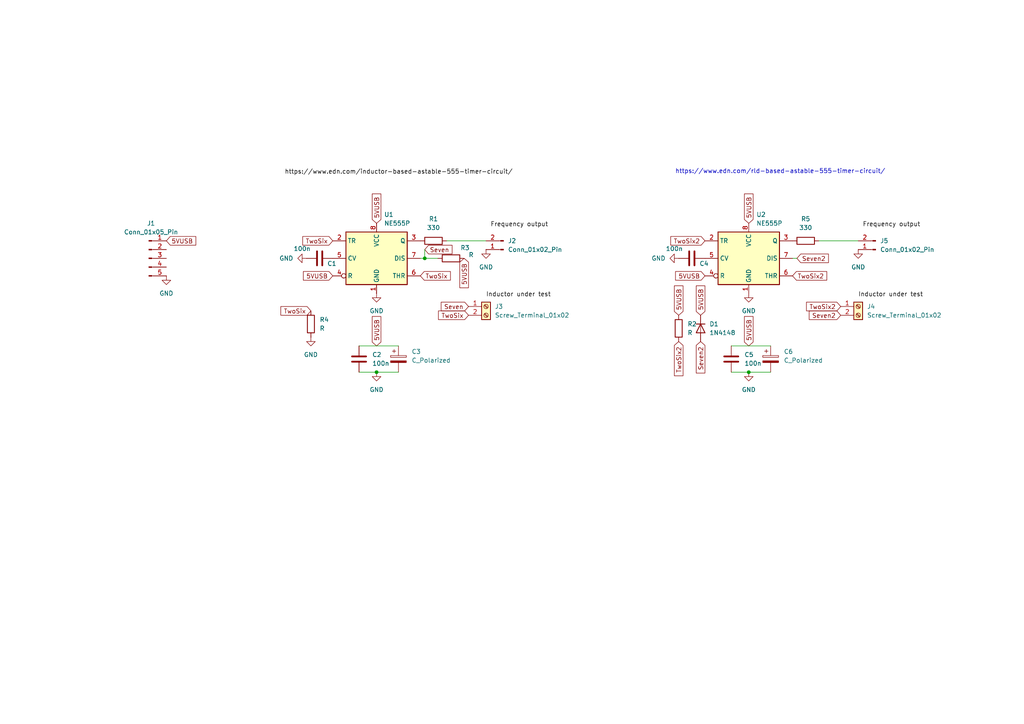
<source format=kicad_sch>
(kicad_sch (version 20231120) (generator "eeschema") (generator_version "8.0")
  (paper "A4")
  (lib_symbols
    (symbol "Connector:Conn_01x02_Pin" (pin_names (offset 1.016) hide)
      (property "Reference" "J" (at 0 2.54 0))
      (property "Value" "Conn_01x02_Pin" (at 0 -5.08 0))
      (symbol "Conn_01x02_Pin_1_1"
        (polyline (pts (xy 1.27 -2.54) (xy 0.8636 -2.54)) (stroke (width 0.1524)))
        (polyline (pts (xy 1.27 0) (xy 0.8636 0)) (stroke (width 0.1524)))
        (rectangle (start 0.8636 -2.413) (end 0 -2.667) (stroke (width 0.1524)) (fill (type outline)))
        (rectangle (start 0.8636 0.127) (end 0 -0.127) (stroke (width 0.1524)) (fill (type outline)))
        (pin passive line (at 5.08 0 180) (length 3.81) (name "Pin_1") (number "1"))
        (pin passive line (at 5.08 -2.54 180) (length 3.81) (name "Pin_2") (number "2"))
      )
    )
    (symbol "Connector:Conn_01x05_Pin" (pin_names (offset 1.016) hide)
      (property "Reference" "J" (at 0 7.62 0))
      (property "Value" "Conn_01x05_Pin" (at 0 -7.62 0))
      (symbol "Conn_01x05_Pin_1_1"
        (polyline (pts (xy 1.27 -5.08) (xy 0.8636 -5.08)) (stroke (width 0.1524)))
        (polyline (pts (xy 1.27 -2.54) (xy 0.8636 -2.54)) (stroke (width 0.1524)))
        (polyline (pts (xy 1.27 0) (xy 0.8636 0)) (stroke (width 0.1524)))
        (polyline (pts (xy 1.27 2.54) (xy 0.8636 2.54)) (stroke (width 0.1524)))
        (polyline (pts (xy 1.27 5.08) (xy 0.8636 5.08)) (stroke (width 0.1524)))
        (rectangle (start 0.8636 -4.953) (end 0 -5.207) (stroke (width 0.1524)) (fill (type outline)))
        (rectangle (start 0.8636 -2.413) (end 0 -2.667) (stroke (width 0.1524)) (fill (type outline)))
        (rectangle (start 0.8636 0.127) (end 0 -0.127) (stroke (width 0.1524)) (fill (type outline)))
        (rectangle (start 0.8636 2.667) (end 0 2.413) (stroke (width 0.1524)) (fill (type outline)))
        (rectangle (start 0.8636 5.207) (end 0 4.953) (stroke (width 0.1524)) (fill (type outline)))
        (pin passive line (at 5.08 5.08 180) (length 3.81) (name "Pin_1") (number "1"))
        (pin passive line (at 5.08 2.54 180) (length 3.81) (name "Pin_2") (number "2"))
        (pin passive line (at 5.08 0 180) (length 3.81) (name "Pin_3") (number "3"))
        (pin passive line (at 5.08 -2.54 180) (length 3.81) (name "Pin_4") (number "4"))
        (pin passive line (at 5.08 -5.08 180) (length 3.81) (name "Pin_5") (number "5"))
      )
    )
    (symbol "Connector:Screw_Terminal_01x02" (pin_names (offset 1.016) hide)
      (property "Reference" "J" (at 0 2.54 0))
      (property "Value" "Screw_Terminal_01x02" (at 0 -5.08 0))
      (symbol "Screw_Terminal_01x02_1_1"
        (rectangle (start -1.27 1.27) (end 1.27 -3.81) (stroke (width 0.254)) (fill (type background)))
        (circle (center 0 -2.54) (radius 0.635) (stroke (width 0.1524)))
        (polyline (pts (xy -0.5334 -2.2098) (xy 0.3302 -3.048)) (stroke (width 0.1524)))
        (polyline (pts (xy -0.5334 0.3302) (xy 0.3302 -0.508)) (stroke (width 0.1524)))
        (polyline (pts (xy -0.3556 -2.032) (xy 0.508 -2.8702)) (stroke (width 0.1524)))
        (polyline (pts (xy -0.3556 0.508) (xy 0.508 -0.3302)) (stroke (width 0.1524)))
        (circle (center 0 0) (radius 0.635) (stroke (width 0.1524)))
        (pin passive line (at -5.08 0 0) (length 3.81) (name "Pin_1") (number "1"))
        (pin passive line (at -5.08 -2.54 0) (length 3.81) (name "Pin_2") (number "2"))
      )
    )
    (symbol "Device:C" (pin_numbers hide) (pin_names (offset 0.254))
      (property "Reference" "C" (at 0.635 2.54 0))
      (property "Value" "C" (at 0.635 -2.54 0))
      (symbol "C_0_1"
        (polyline (pts (xy -2.032 -0.762) (xy 2.032 -0.762)) (stroke (width 0.508)))
        (polyline (pts (xy -2.032 0.762) (xy 2.032 0.762)) (stroke (width 0.508)))
      )
      (symbol "C_1_1"
        (pin passive line (at 0 3.81 270) (length 2.794) (name "~") (number "1"))
        (pin passive line (at 0 -3.81 90) (length 2.794) (name "~") (number "2"))
      )
    )
    (symbol "Device:C_Polarized" (pin_numbers hide) (pin_names (offset 0.254))
      (property "Reference" "C" (at 0.635 2.54 0))
      (property "Value" "C_Polarized" (at 0.635 -2.54 0))
      (symbol "C_Polarized_0_1"
        (rectangle (start -2.286 0.508) (end 2.286 1.016))
        (polyline (pts (xy -1.778 2.286) (xy -0.762 2.286)))
        (polyline (pts (xy -1.27 2.794) (xy -1.27 1.778)))
        (rectangle (start 2.286 -0.508) (end -2.286 -1.016) (fill (type outline)))
      )
      (symbol "C_Polarized_1_1"
        (pin passive line (at 0 3.81 270) (length 2.794) (name "~") (number "1"))
        (pin passive line (at 0 -3.81 90) (length 2.794) (name "~") (number "2"))
      )
    )
    (symbol "Device:R" (pin_numbers hide) (pin_names (offset 0))
      (property "Reference" "R" (at 2.032 0 90))
      (property "Value" "R" (at 0 0 90))
      (symbol "R_0_1"
        (rectangle (start -1.016 -2.54) (end 1.016 2.54) (stroke (width 0.254)))
      )
      (symbol "R_1_1"
        (pin passive line (at 0 3.81 270) (length 1.27) (name "~") (number "1"))
        (pin passive line (at 0 -3.81 90) (length 1.27) (name "~") (number "2"))
      )
    )
    (symbol "Diode:1N4148" (pin_numbers hide) (pin_names hide)
      (property "Reference" "D" (at 0 2.54 0))
      (property "Value" "1N4148" (at 0 -2.54 0))
      (symbol "1N4148_0_1"
        (polyline (pts (xy -1.27 1.27) (xy -1.27 -1.27)) (stroke (width 0.254)))
        (polyline (pts (xy 1.27 0) (xy -1.27 0)))
        (polyline (pts (xy 1.27 1.27) (xy 1.27 -1.27) (xy -1.27 0) (xy 1.27 1.27)) (stroke (width 0.254)))
      )
      (symbol "1N4148_1_1"
        (pin passive line (at -3.81 0 0) (length 2.54) (name "K") (number "1"))
        (pin passive line (at 3.81 0 180) (length 2.54) (name "A") (number "2"))
      )
    )
    (symbol "Timer:NE555P"
      (property "Reference" "U" (at -10.16 8.89 0))
      (property "Value" "NE555P" (at 2.54 8.89 0))
      (symbol "NE555P_0_0"
        (pin power_in line (at 0 -10.16 90) (length 2.54) (name "GND") (number "1"))
        (pin power_in line (at 0 10.16 270) (length 2.54) (name "VCC") (number "8"))
      )
      (symbol "NE555P_0_1"
        (rectangle (start -8.89 -7.62) (end 8.89 7.62) (stroke (width 0.254)) (fill (type background)))
        (rectangle (start -8.89 -7.62) (end 8.89 7.62) (stroke (width 0.254)) (fill (type background)))
      )
      (symbol "NE555P_1_1"
        (pin input line (at -12.7 5.08 0) (length 3.81) (name "TR") (number "2"))
        (pin output line (at 12.7 5.08 180) (length 3.81) (name "Q") (number "3"))
        (pin input inverted (at -12.7 -5.08 0) (length 3.81) (name "R") (number "4"))
        (pin input line (at -12.7 0 0) (length 3.81) (name "CV") (number "5"))
        (pin input line (at 12.7 -5.08 180) (length 3.81) (name "THR") (number "6"))
        (pin input line (at 12.7 0 180) (length 3.81) (name "DIS") (number "7"))
      )
    )
    (symbol "power:GND" (power) (pin_numbers hide) (pin_names (offset 0) hide)
      (property "Value" "GND" (at 0 -3.81 0))
      (symbol "GND_0_1"
        (polyline (pts (xy 0 0) (xy 0 -1.27) (xy 1.27 -1.27) (xy 0 -2.54) (xy -1.27 -1.27) (xy 0 -1.27)))
      )
      (symbol "GND_1_1"
        (pin power_in line (at 0 0 270) (length 0) (name "~") (number "1"))
      )
    )
  )
  (junction (at 109.22 107.95))
  (junction (at 217.17 107.95))
  (junction (at 123.19 74.93))
  (wire (pts (xy 237.49 69.85) (xy 248.92 69.85)))
  (wire (pts (xy 121.92 74.93) (xy 123.19 74.93)))
  (wire (pts (xy 212.09 107.95) (xy 217.17 107.95)))
  (wire (pts (xy 104.14 107.95) (xy 109.22 107.95)))
  (wire (pts (xy 229.87 74.93) (xy 231.14 74.93)))
  (wire (pts (xy 109.22 107.95) (xy 115.57 107.95)))
  (wire (pts (xy 212.09 100.33) (xy 223.52 100.33)))
  (wire (pts (xy 129.54 69.85) (xy 140.97 69.85)))
  (wire (pts (xy 104.14 100.33) (xy 115.57 100.33)))
  (wire (pts (xy 123.19 74.93) (xy 127 74.93)))
  (wire (pts (xy 123.19 72.39) (xy 123.19 74.93)))
  (wire (pts (xy 217.17 107.95) (xy 223.52 107.95)))
  (text "https://www.edn.com/rld-based-astable-555-timer-circuit/" (at 226.314 49.784 0) (effects (font (size 1.27 1.27))))
  (label "Frequency output" (at 142.24 66.04 0))
  (label "https:{slash}{slash}www.edn.com{slash}inductor-based-astable-555-timer-circuit{slash}" (at 82.55 50.8 0))
  (label "Inductor under test" (at 140.97 86.36 0))
  (label "Inductor under test" (at 248.92 86.36 0))
  (label "Frequency output" (at 250.19 66.04 0))
  (global_label "TwoSix" (shape input) (at 121.92 80.01 0) (property "Intersheetrefs" "${INTERSHEET_REFS}" (effects (hide yes))))
  (global_label "TwoSix2" (shape input) (at 204.47 69.85 180) (property "Intersheetrefs" "${INTERSHEET_REFS}" (effects (hide yes))))
  (global_label "5VUSB" (shape input) (at 48.26 69.85 0) (property "Intersheetrefs" "${INTERSHEET_REFS}" (effects (hide yes))))
  (global_label "TwoSix2" (shape input) (at 229.87 80.01 0) (property "Intersheetrefs" "${INTERSHEET_REFS}" (effects (hide yes))))
  (global_label "5VUSB" (shape input) (at 109.22 100.33 90) (property "Intersheetrefs" "${INTERSHEET_REFS}" (effects (hide yes))))
  (global_label "TwoSix" (shape input) (at 135.89 91.44 180) (property "Intersheetrefs" "${INTERSHEET_REFS}" (effects (hide yes))))
  (global_label "Seven" (shape input) (at 123.19 72.39 0) (property "Intersheetrefs" "${INTERSHEET_REFS}" (effects (hide yes))))
  (global_label "TwoSix" (shape input) (at 90.17 90.17 180) (property "Intersheetrefs" "${INTERSHEET_REFS}" (effects (hide yes))))
  (global_label "Seven2" (shape input) (at 243.84 91.44 180) (property "Intersheetrefs" "${INTERSHEET_REFS}" (effects (hide yes))))
  (global_label "5VUSB" (shape input) (at 203.2 91.44 90) (property "Intersheetrefs" "${INTERSHEET_REFS}" (effects (hide yes))))
  (global_label "Seven" (shape input) (at 135.89 88.9 180) (property "Intersheetrefs" "${INTERSHEET_REFS}" (effects (hide yes))))
  (global_label "TwoSix2" (shape input) (at 196.85 99.06 270) (property "Intersheetrefs" "${INTERSHEET_REFS}" (effects (hide yes))))
  (global_label "5VUSB" (shape input) (at 217.17 100.33 90) (property "Intersheetrefs" "${INTERSHEET_REFS}" (effects (hide yes))))
  (global_label "5VUSB" (shape input) (at 109.22 64.77 90) (property "Intersheetrefs" "${INTERSHEET_REFS}" (effects (hide yes))))
  (global_label "5VUSB" (shape input) (at 196.85 91.44 90) (property "Intersheetrefs" "${INTERSHEET_REFS}" (effects (hide yes))))
  (global_label "Seven2" (shape input) (at 231.14 74.93 0) (property "Intersheetrefs" "${INTERSHEET_REFS}" (effects (hide yes))))
  (global_label "5VUSB" (shape input) (at 134.62 74.93 270) (property "Intersheetrefs" "${INTERSHEET_REFS}" (effects (hide yes))))
  (global_label "Seven2" (shape input) (at 203.2 99.06 270) (property "Intersheetrefs" "${INTERSHEET_REFS}" (effects (hide yes))))
  (global_label "5VUSB" (shape input) (at 204.47 80.01 180) (property "Intersheetrefs" "${INTERSHEET_REFS}" (effects (hide yes))))
  (global_label "TwoSix2" (shape input) (at 243.84 88.9 180) (property "Intersheetrefs" "${INTERSHEET_REFS}" (effects (hide yes))))
  (global_label "5VUSB" (shape input) (at 217.17 64.77 90) (property "Intersheetrefs" "${INTERSHEET_REFS}" (effects (hide yes))))
  (global_label "TwoSix" (shape input) (at 96.52 69.85 180) (property "Intersheetrefs" "${INTERSHEET_REFS}" (effects (hide yes))))
  (global_label "5VUSB" (shape input) (at 96.52 80.01 180) (property "Intersheetrefs" "${INTERSHEET_REFS}" (effects (hide yes))))
  (symbol (lib_id "power:GND") (at 109.22 85.09 0) (unit 1)
    (property "Reference" "#PWR02" (effects (hide yes)))
    (property "Value" "GND" (at 109.22 90.17 0))
    (property "Description" "Power symbol creates a global label with name \"GND\" , ground" (effects (hide yes)))
  )
  (symbol (lib_id "Device:R") (at 196.85 95.25 180) (unit 1)
    (property "Reference" "R2" (at 199.39 93.9799 0) (effects (justify right)))
    (property "Value" "R" (at 199.39 96.5199 0) (effects (justify right)))
    (property "Footprint" "Resistor_THT:R_Axial_DIN0411_L9.9mm_D3.6mm_P12.70mm_Horizontal" (effects (hide yes)))
    (property "Description" "Resistor" (effects (hide yes)))
  )
  (symbol (lib_id "power:GND") (at 196.85 74.93 270) (unit 1)
    (property "Reference" "#PWR01" (effects (hide yes)))
    (property "Value" "GND" (at 193.04 74.9299 90) (effects (justify right)))
    (property "Description" "Power symbol creates a global label with name \"GND\" , ground" (effects (hide yes)))
  )
  (symbol (lib_id "Device:C_Polarized") (at 223.52 104.14 0) (unit 1)
    (property "Reference" "C6" (at 227.33 101.9809 0) (effects (justify left)))
    (property "Value" "C_Polarized" (at 227.33 104.5209 0) (effects (justify left)))
    (property "Footprint" "Capacitor_THT:CP_Radial_D5.0mm_P2.50mm" (effects (hide yes)))
    (property "Description" "Polarized capacitor" (effects (hide yes)))
  )
  (symbol (lib_id "Connector:Screw_Terminal_01x02") (at 140.97 88.9 0) (unit 1)
    (property "Reference" "J3" (at 143.51 88.8999 0) (effects (justify left)))
    (property "Value" "Screw_Terminal_01x02" (at 143.51 91.4399 0) (effects (justify left)))
    (property "Footprint" "TerminalBlock_Phoenix:TerminalBlock_Phoenix_MKDS-3-2-5.08_1x02_P5.08mm_Horizontal" (effects (hide yes)))
    (property "Description" "Generic screw terminal, single row, 01x02, script generated (kicad-library-utils/schlib/autogen/connector/)" (effects (hide yes)))
  )
  (symbol (lib_id "Device:C") (at 104.14 104.14 180) (unit 1)
    (property "Reference" "C2" (at 107.95 102.8699 0) (effects (justify right)))
    (property "Value" "100n" (at 107.95 105.4099 0) (effects (justify right)))
    (property "Footprint" "Capacitor_SMD:C_0805_2012Metric" (effects (hide yes)))
    (property "Description" "Unpolarized capacitor" (effects (hide yes)))
  )
  (symbol (lib_id "power:GND") (at 140.97 72.39 0) (unit 1)
    (property "Reference" "#PWR06" (effects (hide yes)))
    (property "Value" "GND" (at 140.97 77.47 0))
    (property "Description" "Power symbol creates a global label with name \"GND\" , ground" (effects (hide yes)))
  )
  (symbol (lib_id "Device:R") (at 233.68 69.85 90) (unit 1)
    (property "Reference" "R5" (at 233.68 63.5 90))
    (property "Value" "330" (at 233.68 66.04 90))
    (property "Footprint" "Resistor_SMD:R_0805_2012Metric" (effects (hide yes)))
    (property "Description" "Resistor" (effects (hide yes)))
  )
  (symbol (lib_id "Device:C") (at 92.71 74.93 90) (unit 1)
    (property "Reference" "C1" (at 96.266 76.454 90))
    (property "Value" "100n" (at 87.63 72.136 90))
    (property "Footprint" "Capacitor_SMD:C_0805_2012Metric" (effects (hide yes)))
    (property "Description" "Unpolarized capacitor" (effects (hide yes)))
  )
  (symbol (lib_id "Diode:1N4148") (at 203.2 95.25 270) (unit 1)
    (property "Reference" "D1" (at 205.74 93.9799 90) (effects (justify left)))
    (property "Value" "1N4148" (at 205.74 96.5199 90) (effects (justify left)))
    (property "Footprint" "Diode_THT:D_DO-35_SOD27_P7.62mm_Horizontal" (effects (hide yes)))
    (property "Datasheet" "https://assets.nexperia.com/documents/data-sheet/1N4148_1N4448.pdf" (effects (hide yes)))
    (property "Description" "100V 0.15A standard switching diode, DO-35" (effects (hide yes)))
    (property "Sim.Device" "D" (effects (hide yes)))
    (property "Sim.Pins" "1=K 2=A" (effects (hide yes)))
  )
  (symbol (lib_id "power:GND") (at 248.92 72.39 0) (unit 1)
    (property "Reference" "#PWR011" (effects (hide yes)))
    (property "Value" "GND" (at 248.92 77.47 0))
    (property "Description" "Power symbol creates a global label with name \"GND\" , ground" (effects (hide yes)))
  )
  (symbol (lib_id "Device:C_Polarized") (at 115.57 104.14 0) (unit 1)
    (property "Reference" "C3" (at 119.38 101.9809 0) (effects (justify left)))
    (property "Value" "C_Polarized" (at 119.38 104.5209 0) (effects (justify left)))
    (property "Footprint" "Capacitor_THT:CP_Radial_D5.0mm_P2.50mm" (effects (hide yes)))
    (property "Description" "Polarized capacitor" (effects (hide yes)))
  )
  (symbol (lib_id "Device:C") (at 200.66 74.93 90) (unit 1)
    (property "Reference" "C4" (at 204.216 76.454 90))
    (property "Value" "100n" (at 195.58 72.136 90))
    (property "Footprint" "Capacitor_SMD:C_0805_2012Metric" (effects (hide yes)))
    (property "Description" "Unpolarized capacitor" (effects (hide yes)))
  )
  (symbol (lib_id "Connector:Conn_01x05_Pin") (at 43.18 74.93 0) (unit 1)
    (property "Reference" "J1" (at 43.815 64.77 0))
    (property "Value" "Conn_01x05_Pin" (at 43.815 67.31 0))
    (property "Footprint" "Connector_PinHeader_2.54mm:PinHeader_1x05_P2.54mm_Vertical" (effects (hide yes)))
    (property "Description" "Generic connector, single row, 01x05, script generated" (effects (hide yes)))
  )
  (symbol (lib_id "power:GND") (at 48.26 80.01 0) (unit 1)
    (property "Reference" "#PWR03" (effects (hide yes)))
    (property "Value" "GND" (at 48.26 85.09 0))
    (property "Description" "Power symbol creates a global label with name \"GND\" , ground" (effects (hide yes)))
  )
  (symbol (lib_id "Timer:NE555P") (at 109.22 74.93 0) (unit 1)
    (property "Reference" "U1" (at 111.4141 62.23 0) (effects (justify left)))
    (property "Value" "NE555P" (at 111.4141 64.77 0) (effects (justify left)))
    (property "Footprint" "Package_DIP:DIP-8_W7.62mm" (effects (hide yes)))
    (property "Datasheet" "http://www.ti.com/lit/ds/symlink/ne555.pdf" (effects (hide yes)))
    (property "Description" "Precision Timers, 555 compatible,  PDIP-8" (effects (hide yes)))
  )
  (symbol (lib_id "Connector:Conn_01x02_Pin") (at 146.05 72.39 180) (unit 1)
    (property "Reference" "J2" (at 147.32 69.8499 0) (effects (justify right)))
    (property "Value" "Conn_01x02_Pin" (at 147.32 72.3899 0) (effects (justify right)))
    (property "Footprint" "Connector_PinHeader_2.54mm:PinHeader_1x02_P2.54mm_Vertical" (effects (hide yes)))
    (property "Description" "Generic connector, single row, 01x02, script generated" (effects (hide yes)))
  )
  (symbol (lib_id "Device:C") (at 212.09 104.14 180) (unit 1)
    (property "Reference" "C5" (at 215.9 102.8699 0) (effects (justify right)))
    (property "Value" "100n" (at 215.9 105.4099 0) (effects (justify right)))
    (property "Footprint" "Capacitor_SMD:C_0805_2012Metric" (effects (hide yes)))
    (property "Description" "Unpolarized capacitor" (effects (hide yes)))
  )
  (symbol (lib_id "power:GND") (at 90.17 97.79 0) (unit 1)
    (property "Reference" "#PWR07" (effects (hide yes)))
    (property "Value" "GND" (at 90.17 102.87 0))
    (property "Description" "Power symbol creates a global label with name \"GND\" , ground" (effects (hide yes)))
  )
  (symbol (lib_id "Device:R") (at 90.17 93.98 180) (unit 1)
    (property "Reference" "R4" (at 92.71 92.7099 0) (effects (justify right)))
    (property "Value" "R" (at 92.71 95.2499 0) (effects (justify right)))
    (property "Footprint" "Resistor_THT:R_Axial_DIN0411_L9.9mm_D3.6mm_P12.70mm_Horizontal" (effects (hide yes)))
    (property "Description" "Resistor" (effects (hide yes)))
  )
  (symbol (lib_id "Connector:Screw_Terminal_01x02") (at 248.92 88.9 0) (unit 1)
    (property "Reference" "J4" (at 251.46 88.8999 0) (effects (justify left)))
    (property "Value" "Screw_Terminal_01x02" (at 251.46 91.4399 0) (effects (justify left)))
    (property "Footprint" "TerminalBlock_Phoenix:TerminalBlock_Phoenix_MKDS-3-2-5.08_1x02_P5.08mm_Horizontal" (effects (hide yes)))
    (property "Description" "Generic screw terminal, single row, 01x02, script generated (kicad-library-utils/schlib/autogen/connector/)" (effects (hide yes)))
  )
  (symbol (lib_id "power:GND") (at 217.17 85.09 0) (unit 1)
    (property "Reference" "#PWR09" (effects (hide yes)))
    (property "Value" "GND" (at 217.17 90.17 0))
    (property "Description" "Power symbol creates a global label with name \"GND\" , ground" (effects (hide yes)))
  )
  (symbol (lib_id "Device:R") (at 125.73 69.85 90) (unit 1)
    (property "Reference" "R1" (at 125.73 63.5 90))
    (property "Value" "330" (at 125.73 66.04 90))
    (property "Footprint" "Resistor_SMD:R_0805_2012Metric" (effects (hide yes)))
    (property "Description" "Resistor" (effects (hide yes)))
  )
  (symbol (lib_id "Connector:Conn_01x02_Pin") (at 254 72.39 180) (unit 1)
    (property "Reference" "J5" (at 255.27 69.8499 0) (effects (justify right)))
    (property "Value" "Conn_01x02_Pin" (at 255.27 72.3899 0) (effects (justify right)))
    (property "Footprint" "Connector_PinHeader_2.54mm:PinHeader_1x02_P2.54mm_Vertical" (effects (hide yes)))
    (property "Description" "Generic connector, single row, 01x02, script generated" (effects (hide yes)))
  )
  (symbol (lib_id "power:GND") (at 109.22 107.95 0) (unit 1)
    (property "Reference" "#PWR05" (effects (hide yes)))
    (property "Value" "GND" (at 109.22 113.03 0))
    (property "Description" "Power symbol creates a global label with name \"GND\" , ground" (effects (hide yes)))
  )
  (symbol (lib_id "Timer:NE555P") (at 217.17 74.93 0) (unit 1)
    (property "Reference" "U2" (at 219.3641 62.23 0) (effects (justify left)))
    (property "Value" "NE555P" (at 219.3641 64.77 0) (effects (justify left)))
    (property "Footprint" "Package_DIP:DIP-8_W7.62mm" (effects (hide yes)))
    (property "Datasheet" "http://www.ti.com/lit/ds/symlink/ne555.pdf" (effects (hide yes)))
    (property "Description" "Precision Timers, 555 compatible,  PDIP-8" (effects (hide yes)))
  )
  (symbol (lib_id "power:GND") (at 217.17 107.95 0) (unit 1)
    (property "Reference" "#PWR010" (effects (hide yes)))
    (property "Value" "GND" (at 217.17 113.03 0))
    (property "Description" "Power symbol creates a global label with name \"GND\" , ground" (effects (hide yes)))
  )
  (symbol (lib_id "power:GND") (at 88.9 74.93 270) (unit 1)
    (property "Reference" "#PWR04" (effects (hide yes)))
    (property "Value" "GND" (at 85.09 74.9299 90) (effects (justify right)))
    (property "Description" "Power symbol creates a global label with name \"GND\" , ground" (effects (hide yes)))
  )
  (symbol (lib_id "Device:R") (at 130.81 74.93 90) (unit 1)
    (property "Reference" "R3" (at 134.874 71.882 90))
    (property "Value" "R" (at 136.652 73.914 90))
    (property "Footprint" "Resistor_THT:R_Axial_DIN0411_L9.9mm_D3.6mm_P12.70mm_Horizontal" (effects (hide yes)))
    (property "Description" "Resistor" (effects (hide yes)))
  )
)
</source>
